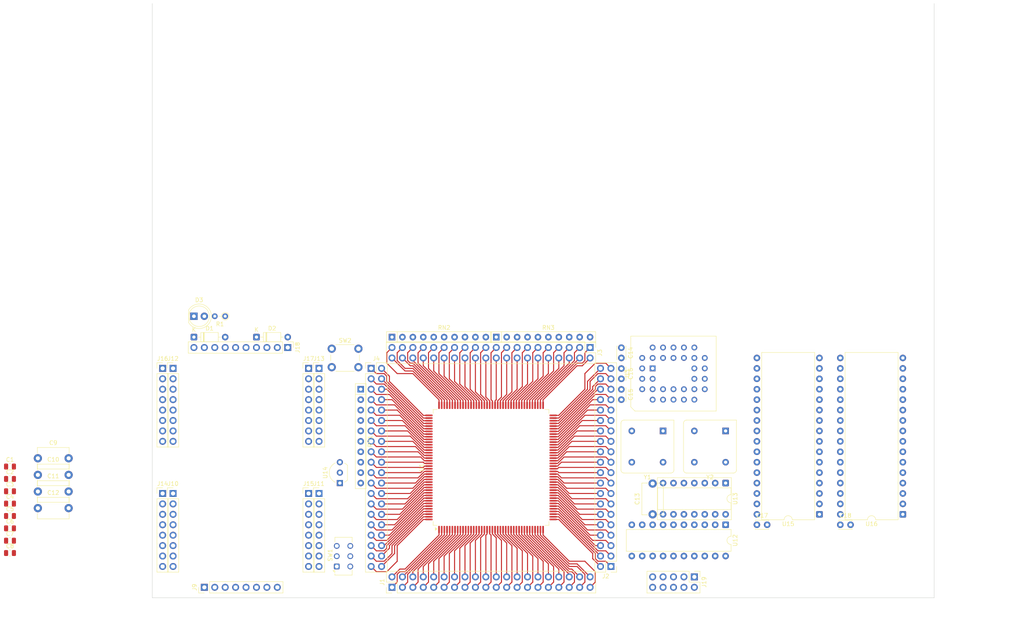
<source format=kicad_pcb>
(kicad_pcb (version 20241229) (generator "pcbnew") (generator_version "9.0")
  (layers (0 "F.Cu" signal) (2 "B.Cu" signal) (13 "F.Paste" user) (15 "B.Paste" user) (5 "F.SilkS" user "F.Silkscreen") (7 "B.SilkS" user "B.Silkscreen") (1 "F.Mask" user) (3 "B.Mask" user) (25 "Edge.Cuts" user))
  (net 0 "")
  (net 1 "+3.3V")
  (net 2 "/~{DMAR2}")
  (net 3 "/INT2")
  (net 4 "/Ready")
  (net 5 "/~{BusError}")
  (net 6 "/TestA")
  (net 7 "/TS1")
  (net 8 "/~{DMAR1}")
  (net 9 "GND")
  (net 10 "/TS0")
  (net 11 "/~{TestB}")
  (net 12 "/TestD")
  (net 13 "/SysClk")
  (net 14 "/TDI")
  (net 15 "/~{CINT}")
  (net 16 "/INT1")
  (net 17 "/TMS")
  (net 18 "/TS2")
  (net 19 "/INT4")
  (net 20 "/COM-Rx")
  (net 21 "/INT0")
  (net 22 "/TDO")
  (net 23 "/~{DMAR0}")
  (net 24 "/BootW")
  (net 25 "/TCK")
  (net 26 "/HoldReq")
  (net 27 "/~{DMAR3}")
  (net 28 "/TimerClk")
  (net 29 "/INT3")
  (net 30 "/COM-CTS")
  (net 31 "/~{Halt}")
  (net 32 "/SerClk")
  (net 33 "/TestC")
  (net 34 "/D3")
  (net 35 "/D10")
  (net 36 "/D29")
  (net 37 "/D17")
  (net 38 "/D23")
  (net 39 "/D28")
  (net 40 "/D20")
  (net 41 "/D25")
  (net 42 "/D21")
  (net 43 "/D6")
  (net 44 "/D5")
  (net 45 "/D15")
  (net 46 "/D8")
  (net 47 "/D7")
  (net 48 "/D12")
  (net 49 "/D19")
  (net 50 "/D14")
  (net 51 "/D2")
  (net 52 "/D13")
  (net 53 "/D27")
  (net 54 "/D24")
  (net 55 "/D31")
  (net 56 "/D16")
  (net 57 "/D30")
  (net 58 "/D9")
  (net 59 "/D1")
  (net 60 "/D11")
  (net 61 "/D4")
  (net 62 "/D18")
  (net 63 "/D22")
  (net 64 "/D26")
  (net 65 "/A13")
  (net 66 "/COM-Tx")
  (net 67 "/A3")
  (net 68 "/A12")
  (net 69 "/A11")
  (net 70 "/A7")
  (net 71 "/TS4")
  (net 72 "/TS6")
  (net 73 "/A6")
  (net 74 "/A23")
  (net 75 "/~{Reset}")
  (net 76 "/A16")
  (net 77 "/A9")
  (net 78 "/A24")
  (net 79 "/A25")
  (net 80 "/A22")
  (net 81 "/A19")
  (net 82 "/A17")
  (net 83 "/A8")
  (net 84 "/A4")
  (net 85 "/COM-RTS")
  (net 86 "/D0")
  (net 87 "/A15")
  (net 88 "/A21")
  (net 89 "/A20")
  (net 90 "/A18")
  (net 91 "/A2")
  (net 92 "/TS3")
  (net 93 "/A14")
  (net 94 "/A10")
  (net 95 "/TS5")
  (net 96 "/A5")
  (net 97 "/~{DRAM-OE}")
  (net 98 "/~{EOT2}")
  (net 99 "/~{CAS3}")
  (net 100 "/~{CAS2}")
  (net 101 "/~{EOT3}")
  (net 102 "/~{RAS0}")
  (net 103 "/Error")
  (net 104 "/~{CAS1}")
  (net 105 "/BusReq")
  (net 106 "/AMuxCAS")
  (net 107 "/R{slash}~{W}")
  (net 108 "/~{CS3}")
  (net 109 "/~{DMAA3}")
  (net 110 "/HoldAck")
  (net 111 "/~{EOT1}")
  (net 112 "/~{OE}")
  (net 113 "/~{DRAM-WE}")
  (net 114 "/A1")
  (net 115 "/~{EOT0}")
  (net 116 "/~{DMAA1}")
  (net 117 "/~{RAS3}")
  (net 118 "/~{CS1}")
  (net 119 "/~{CAS0}")
  (net 120 "/~{DMAA2}")
  (net 121 "/A0")
  (net 122 "/~{RAS2}")
  (net 123 "/~{DMAA0}")
  (net 124 "/~{CS0}")
  (net 125 "/~{RAS1}")
  (net 126 "/~{CS2}")
  (net 127 "/~{WBE0}")
  (net 128 "/~{WBE1}")
  (net 129 "+5V")
  (net 138 "/SysClk-5v")
  (net 139 "/SerClk-5v")
  (net 144 "-12V")
  (net 145 "+12V")
  (net 146 "/~{PS_ON}")
  (net 147 "-5V")
  (net 149 "+5VSB")
  (net 150 "/PWROK")
  (net 155 "/COM_+12V")
  (net 156 "/COM_-12V")
  (net 157 "/COM0-RTS")
  (net 158 "/COM0-CTS")
  (net 159 "/COM0-Tx")
  (net 161 "/COM0-DTR")
  (net 162 "/COM0-CD")
  (net 163 "/COM0-RI")
  (net 164 "/COM0-DSR")
  (net 165 "/COM0-Rx")
  (net 166 "/LED_3V3")
  (footprint "Capacitor_SMD:C_0805_2012Metric" (layer "F.Cu") (at 36.47 146.12)
    (property "Reference" "C7")
    (property "Value" "100nF")
  )
  (footprint "Capacitor_SMD:C_0805_2012Metric" (layer "F.Cu") (at 36.47 140.1)
    (property "Reference" "C5")
    (property "Value" "100nF")
  )
  (footprint "Connector_PinHeader_2.54mm:PinHeader_2x20_P2.54mm_Vertical" (layer "F.Cu") (at 124.46 104.139999)
    (property "Reference" "J4")
    (property "Value" "Conn_02x20_Odd_Even")
  )
  (footprint "Connector_PinHeader_2.54mm:PinHeader_1x08_P2.54mm_Vertical" (layer "F.Cu") (at 111.76 134.62)
    (property "Reference" "J11")
    (property "Value" "Conn_01x08")
  )
  (footprint "Capacitor_SMD:C_0805_2012Metric" (layer "F.Cu") (at 36.47 131.07)
    (property "Reference" "C2")
    (property "Value" "100nF")
  )
  (footprint "Connector_PinHeader_2.54mm:PinHeader_2x20_P2.54mm_Vertical" (layer "F.Cu") (at 182.88 152.400001 180)
    (property "Reference" "J2")
    (property "Value" "Conn_02x20_Odd_Even")
  )
  (footprint "Capacitor_THT:C_Disc_D3.0mm_W2.0mm_P2.50mm" (layer "F.Cu") (at 185.42 99.1 -90)
    (property "Reference" "C14")
    (property "Value" "100nF")
  )
  (footprint "Connector_PinHeader_2.54mm:PinHeader_1x08_P2.54mm_Vertical" (layer "F.Cu") (at 76.2 104.14)
    (property "Reference" "J12")
    (property "Value" "Conn_01x08")
  )
  (footprint "Capacitor_SMD:C_0805_2012Metric" (layer "F.Cu") (at 36.47 134.08)
    (property "Reference" "C3")
    (property "Value" "100nF")
  )
  (footprint "Package_DIP:DIP-32_W15.24mm" (layer "F.Cu") (at 233.68 139.7 180)
    (property "Reference" "U15")
    (property "Value" "AS6C4008-55PCN")
  )
  (footprint "Button_Switch_THT:SW_PUSH_6mm_H7.3mm" (layer "F.Cu") (at 114.86 99.35)
    (property "Reference" "SW2")
    (property "Value" "SW_Push")
  )
  (footprint "Connector_PinHeader_2.54mm:PinHeader_1x08_P2.54mm_Vertical" (layer "F.Cu") (at 76.2 134.62)
    (property "Reference" "J10")
    (property "Value" "Conn_01x08")
  )
  (footprint "Capacitor_THT:C_Disc_D7.5mm_W5.0mm_P7.50mm" (layer "F.Cu") (at 43.26 138.19)
    (property "Reference" "C12")
    (property "Value" "100nF")
  )
  (footprint "Resistor_THT:R_Axial_DIN0204_L3.6mm_D1.6mm_P2.54mm_Vertical" (layer "F.Cu") (at 88.9 91.44 180)
    (property "Reference" "R1")
    (property "Value" "100R")
  )
  (footprint "Connector_PinHeader_2.54mm:PinHeader_1x08_P2.54mm_Vertical" (layer "F.Cu") (at 73.66 104.14)
    (property "Reference" "J16")
    (property "Value" "Conn_01x08")
  )
  (footprint "Capacitor_THT:C_Disc_D3.0mm_W2.0mm_P2.50mm" (layer "F.Cu") (at 185.42 109.26 -90)
    (property "Reference" "C15")
    (property "Value" "100nF")
  )
  (footprint "Package_DIP:DIP-20_W7.62mm" (layer "F.Cu") (at 210.82 142.24 -90)
    (property "Reference" "U12")
    (property "Value" "GD75232N")
  )
  (footprint "Package_TO_SOT_THT:TO-92_Inline_Wide" (layer "F.Cu") (at 116.84 132.08 90)
    (property "Reference" "U14")
    (property "Value" "MCP120-315GI/TO")
  )
  (footprint "Connector_PinHeader_2.54mm:PinHeader_1x08_P2.54mm_Vertical" (layer "F.Cu") (at 73.66 134.62)
    (property "Reference" "J14")
    (property "Value" "Conn_01x08")
  )
  (footprint "Capacitor_THT:C_Disc_D3.0mm_W2.0mm_P2.50mm" (layer "F.Cu") (at 238.76 142.24)
    (property "Reference" "C18")
    (property "Value" "100nF")
  )
  (footprint "Capacitor_THT:C_Disc_D7.5mm_W5.0mm_P7.50mm" (layer "F.Cu") (at 43.26 134.14)
    (property "Reference" "C11")
    (property "Value" "100nF")
  )
  (footprint "Capacitor_SMD:C_0805_2012Metric" (layer "F.Cu") (at 36.47 143.11)
    (property "Reference" "C6")
    (property "Value" "100nF")
  )
  (footprint "Connector_PinHeader_2.54mm:PinHeader_1x08_P2.54mm_Vertical" (layer "F.Cu") (at 83.82 157.48 90)
    (property "Reference" "J9")
    (property "Value" "Conn_01x08")
  )
  (footprint "Package_QFP:PQFP-160_28x28mm_P0.65mm" (layer "F.Cu") (at 153.67 128.27 90)
    (property "Reference" "U1")
    (property "Value" "PPC403GA")
  )
  (footprint "Capacitor_THT:C_Disc_D7.5mm_W5.0mm_P7.50mm" (layer "F.Cu") (at 43.26 126.04)
    (property "Reference" "C9")
    (property "Value" "100nF")
  )
  (footprint "Button_Switch_THT:SW_CK_JS202011CQN_DPDT_Straight" (layer "F.Cu") (at 116.080001 152.4 90)
    (property "Reference" "SW1")
    (property "Value" "SW_Push_DPDT")
  )
  (footprint "Connector_PinHeader_2.54mm:PinHeader_2x20_P2.54mm_Vertical" (layer "F.Cu") (at 129.539999 157.48 90)
    (property "Reference" "J1")
    (property "Value" "Conn_02x20_Odd_Even")
  )
  (footprint "Connector_PinHeader_2.54mm:PinHeader_2x05_P2.54mm_Vertical" (layer "F.Cu") (at 203.2 154.94 -90)
    (property "Reference" "J19")
    (property "Value" "Conn_02x05_Odd_Even")
  )
  (footprint "Package_DIP:DIP-14_W7.62mm_Socket" (layer "F.Cu") (at 210.82 132.08 -90)
    (property "Reference" "U13")
    (property "Value" "74LVC125")
  )
  (footprint "Oscillator:Oscillator_DIP-8" (layer "F.Cu") (at 210.82 119.379998 180)
    (property "Reference" "Y2")
    (property "Value" "7M3728")
  )
  (footprint "Connector_PinHeader_2.54mm:PinHeader_2x20_P2.54mm_Vertical" (layer "F.Cu") (at 177.800001 99.06 -90)
    (property "Reference" "J3")
    (property "Value" "Conn_02x20_Odd_Even")
  )
  (footprint "Connector_PinHeader_2.54mm:PinHeader_1x10_P2.54mm_Vertical" (layer "F.Cu") (at 104.14 99.06 -90)
    (property "Reference" "J18")
    (property "Value" "Conn_01x10")
  )
  (footprint "Capacitor_SMD:C_0805_2012Metric" (layer "F.Cu") (at 36.47 149.13)
    (property "Reference" "C8")
    (property "Value" "100nF")
  )
  (footprint "Capacitor_SMD:C_0805_2012Metric" (layer "F.Cu") (at 36.47 128.06)
    (property "Reference" "C1")
    (property "Value" "100nF")
  )
  (footprint "Resistor_THT:R_Array_SIP10" (layer "F.Cu") (at 154.94 96.52)
    (property "Reference" "RN3")
    (property "Value" "10X-1-472LF")
  )
  (footprint "Resistor_THT:R_Array_SIP10" (layer "F.Cu") (at 129.54 96.52)
    (property "Reference" "RN2")
    (property "Value" "10X-1-472LF")
  )
  (footprint "Capacitor_THT:C_Disc_D7.5mm_W5.0mm_P7.50mm" (layer "F.Cu") (at 193.04 139.7 90)
    (property "Reference" "C13")
    (property "Value" "100nF")
  )
  (footprint "Resistor_THT:R_Array_SIP10" (layer "F.Cu") (at 121.92 109.22 -90)
    (property "Reference" "RN1")
    (property "Value" "10X-1-472LF")
  )
  (footprint "Connector_PinHeader_2.54mm:PinHeader_1x08_P2.54mm_Vertical" (layer "F.Cu") (at 109.22 104.14)
    (property "Reference" "J17")
    (property "Value" "Conn_01x08")
  )
  (footprint "Oscillator:Oscillator_DIP-8" (layer "F.Cu") (at 195.58 119.38 180)
    (property "Reference" "Y1")
    (property "Value" "25M")
  )
  (footprint "Diode_THT:D_DO-35_SOD27_P7.62mm_Horizontal" (layer "F.Cu") (at 96.52 96.52)
    (property "Reference" "D2")
    (property "Value" "1N4148")
  )
  (footprint "Connector_PinHeader_2.54mm:PinHeader_1x08_P2.54mm_Vertical" (layer "F.Cu") (at 111.76 104.14)
    (property "Reference" "J13")
    (property "Value" "Conn_01x08")
  )
  (footprint "Capacitor_THT:C_Disc_D7.5mm_W5.0mm_P7.50mm" (layer "F.Cu") (at 43.26 130.09)
    (property "Reference" "C10")
    (property "Value" "100nF")
  )
  (footprint "Package_DIP:DIP-32_W15.24mm" (layer "F.Cu") (at 254 139.7 180)
    (property "Reference" "U16")
    (property "Value" "AS6C4008-55PCN")
  )
  (footprint "Connector_PinHeader_2.54mm:PinHeader_1x08_P2.54mm_Vertical" (layer "F.Cu") (at 109.22 134.62)
    (property "Reference" "J15")
    (property "Value" "Conn_01x08")
  )
  (footprint "Capacitor_THT:C_Disc_D3.0mm_W2.0mm_P2.50mm" (layer "F.Cu") (at 218.44 142.24)
    (property "Reference" "C17")
    (property "Value" "100nF")
  )
  (footprint "LED_THT:LED_D5.0mm" (layer "F.Cu") (at 81.28 91.44)
    (property "Reference" "D3")
    (property "Value" "LED")
  )
  (footprint "Diode_THT:D_DO-35_SOD27_P7.62mm_Horizontal" (layer "F.Cu") (at 81.28 96.52)
    (property "Reference" "D1")
    (property "Value" "1N4148")
  )
  (footprint "Capacitor_THT:C_Disc_D3.0mm_W2.0mm_P2.50mm" (layer "F.Cu") (at 185.42 104.18 -90)
    (property "Reference" "C16")
    (property "Value" "100nF")
  )
  (footprint "Capacitor_SMD:C_0805_2012Metric" (layer "F.Cu") (at 36.47 137.09)
    (property "Reference" "C4")
    (property "Value" "100nF")
  )
  (footprint "Package_LCC:PLCC-32_THT-Socket" (layer "F.Cu") (at 193.04 104.14 90)
    (property "Reference" "U3")
    (property "Value" "SST39VF010")
  )
  (gr_line (start 261.62 160.02) (end 261.62 15.24) (stroke (width 0.1)) (layer "Edge.Cuts"))
  (gr_line (start 71.12 160.02) (end 71.12 15.24) (stroke (width 0.1)) (layer "Edge.Cuts"))
  (gr_line (start 261.62 160.02) (end 71.12 160.02) (stroke (width 0.1)) (layer "Edge.Cuts"))
  (segment (start 128.27 153.67) (end 125.73 153.67) (width 0.254) (layer "F.Cu") (net 1))
  (segment (start 138.544999 140.945) (end 137.185 140.945) (width 0.254) (layer "F.Cu") (net 1))
  (segment (start 134.62 105.410001) (end 130.810001 105.41) (width 0.254) (layer "F.Cu") (net 1))
  (segment (start 167.639999 105.41) (end 167.64 101.6) (width 0.254) (layer "F.Cu") (net 1))
  (segment (start 168.795001 115.595) (end 170.155 115.595) (width 0.254) (layer "F.Cu") (net 1))
  (segment (start 170.035 135.745) (end 176.53 142.239999) (width 0.254) (layer "F.Cu") (net 1))
  (segment (start 137.16 128.27) (end 125.730001 128.27) (width 0.254) (layer "F.Cu") (net 1))
  (segment (start 153.995 144.47) (end 154.94 145.415) (width 0.254) (layer "F.Cu") (net 1))
  (segment (start 125.730001 128.27) (end 124.46 126.999999) (width 0.254) (layer "F.Cu") (net 1))
  (segment (start 137.35 133.795) (end 131.445 139.7) (width 0.254) (layer "F.Cu") (net 1))
  (segment (start 140.995 111.785) (end 134.62 105.410001) (width 0.254) (layer "F.Cu") (net 1))
  (segment (start 176.53 105.410001) (end 179.07 102.87) (width 0.254) (layer "F.Cu") (net 1))
  (segment (start 179.07 156.21) (end 177.800001 157.48) (width 0.254) (layer "F.Cu") (net 1))
  (segment (start 172.72 151.129999) (end 176.529999 151.13) (width 0.254) (layer "F.Cu") (net 1))
  (segment (start 131.445 139.7) (end 127.000001 139.7) (width 0.254) (layer "F.Cu") (net 1))
  (segment (start 176.529999 109.22) (end 176.53 105.410001) (width 0.254) (layer "F.Cu") (net 1))
  (segment (start 176.529999 151.13) (end 179.07 153.67) (width 0.254) (layer "F.Cu") (net 1))
  (segment (start 140.995 113.144999) (end 140.995 111.785) (width 0.254) (layer "F.Cu") (net 1))
  (segment (start 169.87 127.945) (end 170.815 127) (width 0.254) (layer "F.Cu") (net 1))
  (segment (start 153.995 112.085) (end 153.670001 111.76) (width 0.254) (layer "F.Cu") (net 1))
  (segment (start 130.810001 105.41) (end 128.27 102.87) (width 0.254) (layer "F.Cu") (net 1))
  (segment (start 128.27 102.87) (end 128.27 100.33) (width 0.254) (layer "F.Cu") (net 1))
  (segment (start 154.94 145.415) (end 154.94 154.939999) (width 0.254) (layer "F.Cu") (net 1))
  (segment (start 153.995 113.145) (end 153.995 112.085) (width 0.254) (layer "F.Cu") (net 1))
  (segment (start 153.995 143.395) (end 153.995 144.47) (width 0.254) (layer "F.Cu") (net 1))
  (segment (start 153.67 156.209999) (end 152.399999 157.48) (width 0.254) (layer "F.Cu") (net 1))
  (segment (start 166.345 144.755) (end 172.72 151.129999) (width 0.254) (layer "F.Cu") (net 1))
  (segment (start 176.53 142.239999) (end 180.34 142.24) (width 0.254) (layer "F.Cu") (net 1))
  (segment (start 138.545 120.795) (end 137.305 120.795) (width 0.254) (layer "F.Cu") (net 1))
  (segment (start 161.145 113.145) (end 161.145 111.905) (width 0.254) (layer "F.Cu") (net 1))
  (segment (start 130.81 147.32) (end 130.81 151.13) (width 0.254) (layer "F.Cu") (net 1))
  (segment (start 153.67 100.330001) (end 154.940001 99.06) (width 0.254) (layer "F.Cu") (net 1))
  (segment (start 181.61 102.87) (end 182.88 104.139999) (width 0.254) (layer "F.Cu") (net 1))
  (segment (start 175.895 116.84) (end 180.339999 116.84) (width 0.254) (layer "F.Cu") (net 1))
  (segment (start 169.99 122.745) (end 175.895 116.84) (width 0.254) (layer "F.Cu") (net 1))
  (segment (start 153.669999 144.78) (end 153.67 156.209999) (width 0.254) (layer "F.Cu") (net 1))
  (segment (start 130.81 114.3) (end 127 114.3) (width 0.254) (layer "F.Cu") (net 1))
  (segment (start 137.485 127.945) (end 137.16 128.27) (width 0.254) (layer "F.Cu") (net 1))
  (segment (start 179.07 102.87) (end 181.61 102.87) (width 0.254) (layer "F.Cu") (net 1))
  (segment (start 137.185 140.945) (end 130.81 147.32) (width 0.254) (layer "F.Cu") (net 1))
  (segment (start 161.145 111.905) (end 167.639999 105.41) (width 0.254) (layer "F.Cu") (net 1))
  (segment (start 179.07 153.67) (end 179.07 156.21) (width 0.254) (layer "F.Cu") (net 1))
  (segment (start 153.345 143.395) (end 153.345 144.455) (width 0.254) (layer "F.Cu") (net 1))
  (segment (start 138.545 133.795) (end 137.35 133.795) (width 0.254) (layer "F.Cu") (net 1))
  (segment (start 170.155 115.595) (end 176.529999 109.22) (width 0.254) (layer "F.Cu") (net 1))
  (segment (start 137.305 120.795) (end 130.81 114.3) (width 0.254) (layer "F.Cu") (net 1))
  (segment (start 166.345 143.395001) (end 166.345 144.755) (width 0.254) (layer "F.Cu") (net 1))
  (segment (start 153.670001 111.76) (end 153.67 100.330001) (width 0.254) (layer "F.Cu") (net 1))
  (segment (start 170.815 127) (end 180.339999 127) (width 0.254) (layer "F.Cu") (net 1))
  (segment (start 130.81 151.13) (end 128.27 153.67) (width 0.254) (layer "F.Cu") (net 1))
  (segment (start 125.73 153.67) (end 124.46 152.400001) (width 0.254) (layer "F.Cu") (net 1))
  (segment (start 168.795 127.945) (end 169.87 127.945) (width 0.254) (layer "F.Cu") (net 1))
  (segment (start 128.27 100.33) (end 129.539999 99.06) (width 0.254) (layer "F.Cu") (net 1))
  (segment (start 168.795 135.745) (end 170.035 135.745) (width 0.254) (layer "F.Cu") (net 1))
  (segment (start 168.795 122.745) (end 169.99 122.745) (width 0.254) (layer "F.Cu") (net 1))
  (segment (start 153.345 144.455) (end 153.669999 144.78) (width 0.254) (layer "F.Cu") (net 1))
  (segment (start 138.545 127.945) (end 137.485 127.945) (width 0.254) (layer "F.Cu") (net 1))
  (segment (start 142.945001 144.71) (end 133.350001 154.305) (width 0.254) (layer "F.Cu") (net 2))
  (segment (start 142.945 143.395) (end 142.945001 144.71) (width 0.254) (layer "F.Cu") (net 2))
  (segment (start 133.350001 154.305) (end 133.35 156.21) (width 0.254) (layer "F.Cu") (net 2))
  (segment (start 133.35 156.21) (end 132.080001 157.48) (width 0.254) (layer "F.Cu") (net 2))
  (segment (start 161.795001 143.395) (end 161.795001 144.65) (width 0.254) (layer "F.Cu") (net 3))
  (segment (start 170.18 153.034999) (end 170.18 154.94) (width 0.254) (layer "F.Cu") (net 3))
  (segment (start 161.795001 144.65) (end 170.18 153.034999) (width 0.254) (layer "F.Cu") (net 3))
  (segment (start 148.795 143.395001) (end 148.795 144.575001) (width 0.254) (layer "F.Cu") (net 4))
  (segment (start 144.78 148.59) (end 144.78 154.94) (width 0.254) (layer "F.Cu") (net 4))
  (segment (start 148.795 144.575001) (end 144.78 148.59) (width 0.254) (layer "F.Cu") (net 4))
  (segment (start 143.510001 149.225) (end 143.510001 156.21) (width 0.254) (layer "F.Cu") (net 5))
  (segment (start 143.510001 156.21) (end 142.24 157.480001) (width 0.254) (layer "F.Cu") (net 5))
  (segment (start 148.144999 143.395) (end 148.145 144.59) (width 0.254) (layer "F.Cu") (net 5))
  (segment (start 148.145 144.59) (end 143.510001 149.225) (width 0.254) (layer "F.Cu") (net 5))
  (segment (start 155.295 143.395001) (end 155.295 144.500001) (width 0.254) (layer "F.Cu") (net 6))
  (segment (start 155.295 144.500001) (end 157.48 146.685) (width 0.254) (layer "F.Cu") (net 6))
  (segment (start 157.48 146.685) (end 157.48 154.94) (width 0.254) (layer "F.Cu") (net 6))
  (segment (start 151.13 145.415) (end 151.130001 156.21) (width 0.254) (layer "F.Cu") (net 7))
  (segment (start 152.045 143.395001) (end 152.045 144.500001) (width 0.254) (layer "F.Cu") (net 7))
  (segment (start 152.045 144.500001) (end 151.13 145.415) (width 0.254) (layer "F.Cu") (net 7))
  (segment (start 151.130001 156.21) (end 149.860001 157.48) (width 0.254) (layer "F.Cu") (net 7))
  (segment (start 142.294999 144.725) (end 132.08 154.939999) (width 0.254) (layer "F.Cu") (net 8))
  (segment (start 142.294999 143.395) (end 142.294999 144.725) (width 0.254) (layer "F.Cu") (net 8))
  (segment (start 168.795 128.595) (end 169.855 128.595) (width 0.254) (layer "F.Cu") (net 9))
  (segment (start 166.345 113.144999) (end 166.345 111.785) (width 0.254) (layer "F.Cu") (net 9))
  (segment (start 160.494999 113.145) (end 160.495 111.92) (width 0.254) (layer "F.Cu") (net 9))
  (segment (start 159.195 144.59) (end 165.1 150.495) (width 0.254) (layer "F.Cu") (net 9))
  (segment (start 151.13 110.49) (end 151.13 100.33) (width 0.254) (layer "F.Cu") (net 9))
  (segment (start 169.855 128.595) (end 170.18 128.270001) (width 0.254) (layer "F.Cu") (net 9))
  (segment (start 170.18 128.270001) (end 181.609999 128.27) (width 0.254) (layer "F.Cu") (net 9))
  (segment (start 146.845 144.62) (end 140.97 150.495) (width 0.254) (layer "F.Cu") (net 9))
  (segment (start 152.695002 113.145) (end 152.694999 112.055) (width 0.254) (layer "F.Cu") (net 9))
  (segment (start 152.4 111.125) (end 152.4 101.600001) (width 0.254) (layer "F.Cu") (net 9))
  (segment (start 181.609999 128.27) (end 182.88 129.540001) (width 0.254) (layer "F.Cu") (net 9))
  (segment (start 137.335 134.445) (end 130.81 140.97) (width 0.254) (layer "F.Cu") (net 9))
  (segment (start 150.095 144.545) (end 147.32 147.32) (width 0.254) (layer "F.Cu") (net 9))
  (segment (start 130.81 140.97) (end 125.73 140.970001) (width 0.254) (layer "F.Cu") (net 9))
  (segment (start 159.195 143.395) (end 159.195 144.59) (width 0.254) (layer "F.Cu") (net 9))
  (segment (start 138.545 128.595) (end 137.47 128.595) (width 0.254) (layer "F.Cu") (net 9))
  (segment (start 137.47 128.595) (end 136.525 129.54) (width 0.254) (layer "F.Cu") (net 9))
  (segment (start 140.969999 156.21) (end 139.700001 157.48) (width 0.254) (layer "F.Cu") (net 9))
  (segment (start 140.97 150.495) (end 140.969999 156.21) (width 0.254) (layer "F.Cu") (net 9))
  (segment (start 169.885 129.245001) (end 170.18 129.540001) (width 0.254) (layer "F.Cu") (net 9))
  (segment (start 166.345 111.785) (end 174.625 103.505) (width 0.254) (layer "F.Cu") (net 9))
  (segment (start 128.905 107.315) (end 128.905 106.045) (width 0.254) (layer "F.Cu") (net 9))
  (segment (start 136.525 129.54) (end 127.000001 129.54) (width 0.254) (layer "F.Cu") (net 9))
  (segment (start 151.13 100.33) (end 152.399999 99.06) (width 0.254) (layer "F.Cu") (net 9))
  (segment (start 132.715 153.035) (end 131.445 153.035) (width 0.254) (layer "F.Cu") (net 9))
  (segment (start 146.845 111.92) (end 139.7 104.775) (width 0.254) (layer "F.Cu") (net 9))
  (segment (start 166.37 151.129999) (end 166.370001 156.21) (width 0.254) (layer "F.Cu") (net 9))
  (segment (start 131.445 115.57) (end 125.73 115.569999) (width 0.254) (layer "F.Cu") (net 9))
  (segment (start 181.61 115.569999) (end 182.880001 116.84) (width 0.254) (layer "F.Cu") (net 9))
  (segment (start 170.005 122.095) (end 176.529999 115.57) (width 0.254) (layer "F.Cu") (net 9))
  (segment (start 178.435 149.225) (end 178.435 150.495) (width 0.254) (layer "F.Cu") (net 9))
  (segment (start 140.995 144.755) (end 132.715 153.035) (width 0.254) (layer "F.Cu") (net 9))
  (segment (start 138.544999 115.595) (end 137.185 115.595) (width 0.254) (layer "F.Cu") (net 9))
  (segment (start 166.37 106.045) (end 166.370001 100.33) (width 0.254) (layer "F.Cu") (net 9))
  (segment (start 160.495 111.92) (end 166.37 106.045) (width 0.254) (layer "F.Cu") (net 9))
  (segment (start 128.905 106.045) (end 127.000001 104.14) (width 0.254) (layer "F.Cu") (net 9))
  (segment (start 170.155 140.945) (end 178.435 149.225) (width 0.254) (layer "F.Cu") (net 9))
  (segment (start 175.895 140.97) (end 181.61 140.970001) (width 0.254) (layer "F.Cu") (net 9))
  (segment (start 125.73 115.569999) (end 124.46 114.3) (width 0.254) (layer "F.Cu") (net 9))
  (segment (start 166.370001 100.33) (end 167.639999 99.06) (width 0.254) (layer "F.Cu") (net 9))
  (segment (start 168.795001 140.945) (end 170.155 140.945) (width 0.254) (layer "F.Cu") (net 9))
  (segment (start 125.73 140.970001) (end 124.459999 139.7) (width 0.254) (layer "F.Cu") (net 9))
  (segment (start 131.445 153.035) (end 129.54 154.939999) (width 0.254) (layer "F.Cu") (net 9))
  (segment (start 137.185 115.595) (end 128.905 107.315) (width 0.254) (layer "F.Cu") (net 9))
  (segment (start 138.545 134.444999) (end 137.335 134.445) (width 0.254) (layer "F.Cu") (net 9))
  (segment (start 181.61 140.970001) (end 182.88 142.239999) (width 0.254) (layer "F.Cu") (net 9))
  (segment (start 138.545 121.445) (end 137.32 121.445) (width 0.254) (layer "F.Cu") (net 9))
  (segment (start 153.345 113.145) (end 153.345 112.07) (width 0.254) (layer "F.Cu") (net 9))
  (segment (start 165.1 150.495) (end 165.1 154.939999) (width 0.254) (layer "F.Cu") (net 9))
  (segment (start 166.370001 156.21) (end 165.1 157.480001) (width 0.254) (layer "F.Cu") (net 9))
  (segment (start 168.795 122.095001) (end 170.005 122.095) (width 0.254) (layer "F.Cu") (net 9))
  (segment (start 178.435 150.495) (end 180.339999 152.4) (width 0.254) (layer "F.Cu") (net 9))
  (segment (start 137.32 121.445) (end 131.445 115.57) (width 0.254) (layer "F.Cu") (net 9))
  (segment (start 147.32 147.32) (end 147.32 154.94) (width 0.254) (layer "F.Cu") (net 9))
  (segment (start 146.845 113.145) (end 146.845 111.92) (width 0.254) (layer "F.Cu") (net 9))
  (segment (start 168.795 135.094999) (end 170.02 135.095) (width 0.254) (layer "F.Cu") (net 9))
  (segment (start 170.18 129.540001) (end 180.339999 129.54) (width 0.254) (layer "F.Cu") (net 9))
  (segment (start 159.845 144.605) (end 166.37 151.129999) (width 0.254) (layer "F.Cu") (net 9))
  (segment (start 139.7 104.775) (end 139.7 101.6) (width 0.254) (layer "F.Cu") (net 9))
  (segment (start 175.895 103.505) (end 177.8 101.600001) (width 0.254) (layer "F.Cu") (net 9))
  (segment (start 174.625 103.505) (end 175.895 103.505) (width 0.254) (layer "F.Cu") (net 9))
  (segment (start 146.845001 143.395) (end 146.845 144.62) (width 0.254) (layer "F.Cu") (net 9))
  (segment (start 159.844999 143.395) (end 159.845 144.605) (width 0.254) (layer "F.Cu") (net 9))
  (segment (start 152.694999 112.055) (end 151.13 110.49) (width 0.254) (layer "F.Cu") (net 9))
  (segment (start 140.995 143.395001) (end 140.995 144.755) (width 0.254) (layer "F.Cu") (net 9))
  (segment (start 150.095001 143.395) (end 150.095 144.545) (width 0.254) (layer "F.Cu") (net 9))
  (segment (start 170.02 135.095) (end 175.895 140.97) (width 0.254) (layer "F.Cu") (net 9))
  (segment (start 168.795 129.245) (end 169.885 129.245001) (width 0.254) (layer "F.Cu") (net 9))
  (segment (start 153.345 112.07) (end 152.4 111.125) (width 0.254) (layer "F.Cu") (net 9))
  (segment (start 176.529999 115.57) (end 181.61 115.569999) (width 0.254) (layer "F.Cu") (net 9))
  (segment (start 151.395 144.515) (end 149.86 146.05) (width 0.254) (layer "F.Cu") (net 10))
  (segment (start 151.394998 143.395) (end 151.395 144.515) (width 0.254) (layer "F.Cu") (net 10))
  (segment (start 149.86 146.05) (end 149.86 154.94) (width 0.254) (layer "F.Cu") (net 10))
  (segment (start 158.75 147.32) (end 158.75 156.209999) (width 0.254) (layer "F.Cu") (net 11))
  (segment (start 155.945 144.515) (end 158.75 147.32) (width 0.254) (layer "F.Cu") (net 11))
  (segment (start 158.75 156.209999) (end 157.479998 157.480001) (width 0.254) (layer "F.Cu") (net 11))
  (segment (start 155.945 143.395) (end 155.945 144.515) (width 0.254) (layer "F.Cu") (net 11))
  (segment (start 176.53 156.209999) (end 175.259999 157.48) (width 0.254) (layer "F.Cu") (net 12))
  (segment (start 165.045001 143.395) (end 165.045001 144.725) (width 0.254) (layer "F.Cu") (net 12))
  (segment (start 165.045001 144.725) (end 172.72 152.4) (width 0.254) (layer "F.Cu") (net 12))
  (segment (start 172.72 152.4) (end 174.625 152.400001) (width 0.254) (layer "F.Cu") (net 12))
  (segment (start 176.529999 154.305) (end 176.53 156.209999) (width 0.254) (layer "F.Cu") (net 12))
  (segment (start 174.625 152.400001) (end 176.529999 154.305) (width 0.254) (layer "F.Cu") (net 12))
  (segment (start 156.21 146.05) (end 156.21 156.21) (width 0.254) (layer "F.Cu") (net 13))
  (segment (start 154.645001 144.485) (end 156.21 146.05) (width 0.254) (layer "F.Cu") (net 13))
  (segment (start 156.21 156.21) (end 154.940001 157.48) (width 0.254) (layer "F.Cu") (net 13))
  (segment (start 154.644998 143.395) (end 154.645001 144.485) (width 0.254) (layer "F.Cu") (net 13))
  (segment (start 138.43 156.209999) (end 137.159999 157.48) (width 0.254) (layer "F.Cu") (net 14))
  (segment (start 145.544999 144.65) (end 138.43 151.765) (width 0.254) (layer "F.Cu") (net 14))
  (segment (start 138.43 151.765) (end 138.43 156.209999) (width 0.254) (layer "F.Cu") (net 14))
  (segment (start 145.544999 143.395) (end 145.544999 144.65) (width 0.254) (layer "F.Cu") (net 14))
  (segment (start 173.355 153.67) (end 173.99 154.305) (width 0.254) (layer "F.Cu") (net 15))
  (segment (start 163.745 143.395) (end 163.745 144.695) (width 0.254) (layer "F.Cu") (net 15))
  (segment (start 173.99 154.305) (end 173.99 156.21) (width 0.254) (layer "F.Cu") (net 15))
  (segment (start 173.99 156.21) (end 172.720001 157.48) (width 0.254) (layer "F.Cu") (net 15))
  (segment (start 172.72 153.67) (end 173.355 153.67) (width 0.254) (layer "F.Cu") (net 15))
  (segment (start 163.745 144.695) (end 172.72 153.67) (width 0.254) (layer "F.Cu") (net 15))
  (segment (start 161.145 144.635) (end 168.91 152.4) (width 0.254) (layer "F.Cu") (net 16))
  (segment (start 168.91 152.4) (end 168.91 156.209999) (width 0.254) (layer "F.Cu") (net 16))
  (segment (start 168.91 156.209999) (end 167.639998 157.48) (width 0.254) (layer "F.Cu") (net 16))
  (segment (start 161.145001 143.395) (end 161.145 144.635) (width 0.254) (layer "F.Cu") (net 16))
  (segment (start 144.895 144.665) (end 137.16 152.400001) (width 0.254) (layer "F.Cu") (net 17))
  (segment (start 137.16 152.400001) (end 137.16 154.94) (width 0.254) (layer "F.Cu") (net 17))
  (segment (start 144.894999 143.395) (end 144.895 144.665) (width 0.254) (layer "F.Cu") (net 17))
  (segment (start 152.695 143.395) (end 152.694999 144.485) (width 0.254) (layer "F.Cu") (net 18))
  (segment (start 152.399999 144.78) (end 152.4 154.939999) (width 0.254) (layer "F.Cu") (net 18))
  (segment (start 152.694999 144.485) (end 152.399999 144.78) (width 0.254) (layer "F.Cu") (net 18))
  (segment (start 163.095 144.68) (end 172.720001 154.305) (width 0.254) (layer "F.Cu") (net 19))
  (segment (start 163.094999 143.395) (end 163.095 144.68) (width 0.254) (layer "F.Cu") (net 19))
  (segment (start 172.720001 154.305) (end 172.72 154.94) (width 0.254) (layer "F.Cu") (net 19))
  (segment (start 157.895001 143.395) (end 157.895 144.56) (width 0.254) (layer "F.Cu") (net 20))
  (segment (start 157.895 144.56) (end 162.56 149.225) (width 0.254) (layer "F.Cu") (net 20))
  (segment (start 162.56 149.225) (end 162.56 154.94) (width 0.254) (layer "F.Cu") (net 20))
  (segment (start 160.495 143.395) (end 160.495 144.62) (width 0.254) (layer "F.Cu") (net 21))
  (segment (start 167.64 151.765) (end 167.64 154.94) (width 0.254) (layer "F.Cu") (net 21))
  (segment (start 160.495 144.62) (end 167.64 151.765) (width 0.254) (layer "F.Cu") (net 21))
  (segment (start 148.59 146.685) (end 148.59 156.210001) (width 0.254) (layer "F.Cu") (net 22))
  (segment (start 148.59 156.210001) (end 147.320001 157.48) (width 0.254) (layer "F.Cu") (net 22))
  (segment (start 150.745 143.395) (end 150.745 144.53) (width 0.254) (layer "F.Cu") (net 22))
  (segment (start 150.745 144.53) (end 148.59 146.685) (width 0.254) (layer "F.Cu") (net 22))
  (segment (start 132.715 153.67) (end 131.445 153.67) (width 0.254) (layer "F.Cu") (net 23))
  (segment (start 141.645 143.395) (end 141.645 144.74) (width 0.254) (layer "F.Cu") (net 23))
  (segment (start 130.81 156.209999) (end 129.539999 157.48) (width 0.254) (layer "F.Cu") (net 23))
  (segment (start 130.81 154.305) (end 130.81 156.209999) (width 0.254) (layer "F.Cu") (net 23))
  (segment (start 131.445 153.67) (end 130.81 154.305) (width 0.254) (layer "F.Cu") (net 23))
  (segment (start 141.645 144.74) (end 132.715 153.67) (width 0.254) (layer "F.Cu") (net 23))
  (segment (start 142.24 149.86) (end 142.24 154.939999) (width 0.254) (layer "F.Cu") (net 24))
  (segment (start 147.495 144.605) (end 142.24 149.86) (width 0.254) (layer "F.Cu") (net 24))
  (segment (start 147.495001 143.395) (end 147.495 144.605) (width 0.254) (layer "F.Cu") (net 24))
  (segment (start 135.89 153.035) (end 135.89 156.209999) (width 0.254) (layer "F.Cu") (net 25))
  (segment (start 144.245 144.68) (end 135.89 153.035) (width 0.254) (layer "F.Cu") (net 25))
  (segment (start 135.89 156.209999) (end 134.619997 157.48) (width 0.254) (layer "F.Cu") (net 25))
  (segment (start 144.245001 143.395) (end 144.245 144.68) (width 0.254) (layer "F.Cu") (net 25))
  (segment (start 149.445 143.395) (end 149.445 144.56) (width 0.254) (layer "F.Cu") (net 26))
  (segment (start 146.05 156.21) (end 144.78 157.48) (width 0.254) (layer "F.Cu") (net 26))
  (segment (start 146.05 147.955) (end 146.05 156.21) (width 0.254) (layer "F.Cu") (net 26))
  (segment (start 149.445 144.56) (end 146.05 147.955) (width 0.254) (layer "F.Cu") (net 26))
  (segment (start 134.62 153.67) (end 134.62 154.94) (width 0.254) (layer "F.Cu") (net 27))
  (segment (start 143.595 144.695) (end 134.62 153.67) (width 0.254) (layer "F.Cu") (net 27))
  (segment (start 143.595001 143.395) (end 143.595 144.695) (width 0.254) (layer "F.Cu") (net 27))
  (segment (start 160.02 147.954999) (end 160.02 154.94) (width 0.254) (layer "F.Cu") (net 28))
  (segment (start 156.595 144.53) (end 160.02 147.954999) (width 0.254) (layer "F.Cu") (net 28))
  (segment (start 156.595 143.395) (end 156.595 144.53) (width 0.254) (layer "F.Cu") (net 28))
  (segment (start 171.45 156.209999) (end 170.180001 157.479999) (width 0.254) (layer "F.Cu") (net 29))
  (segment (start 170.180001 157.479999) (end 170.180001 157.48) (width 0.254) (layer "F.Cu") (net 29))
  (segment (start 162.445 144.665) (end 171.45 153.67) (width 0.254) (layer "F.Cu") (net 29))
  (segment (start 162.444999 143.395) (end 162.445 144.665) (width 0.254) (layer "F.Cu") (net 29))
  (segment (start 171.45 153.67) (end 171.45 156.209999) (width 0.254) (layer "F.Cu") (net 29))
  (segment (start 158.545 143.395001) (end 158.545 144.575001) (width 0.254) (layer "F.Cu") (net 30))
  (segment (start 163.829999 149.86) (end 163.829999 156.21) (width 0.254) (layer "F.Cu") (net 30))
  (segment (start 163.829999 156.21) (end 162.56 157.48) (width 0.254) (layer "F.Cu") (net 30))
  (segment (start 158.545 144.575001) (end 163.829999 149.86) (width 0.254) (layer "F.Cu") (net 30))
  (segment (start 146.195 143.395) (end 146.195 144.635) (width 0.254) (layer "F.Cu") (net 31))
  (segment (start 139.700001 151.13) (end 139.7 154.94) (width 0.254) (layer "F.Cu") (net 31))
  (segment (start 146.195 144.635) (end 139.700001 151.13) (width 0.254) (layer "F.Cu") (net 31))
  (segment (start 161.29 148.59) (end 161.29 156.209999) (width 0.254) (layer "F.Cu") (net 32))
  (segment (start 157.245 143.395) (end 157.245 144.545) (width 0.254) (layer "F.Cu") (net 32))
  (segment (start 157.245 144.545) (end 161.29 148.59) (width 0.254) (layer "F.Cu") (net 32))
  (segment (start 161.29 156.209999) (end 160.019999 157.48) (width 0.254) (layer "F.Cu") (net 32))
  (segment (start 164.395001 143.395) (end 164.395 144.71) (width 0.254) (layer "F.Cu") (net 33))
  (segment (start 173.355 153.034999) (end 175.26 154.939999) (width 0.254) (layer "F.Cu") (net 33))
  (segment (start 172.72 153.035) (end 173.355 153.034999) (width 0.254) (layer "F.Cu") (net 33))
  (segment (start 164.395 144.71) (end 172.72 153.035) (width 0.254) (layer "F.Cu") (net 33))
  (segment (start 178.434999 108.585) (end 180.339999 106.68) (width 0.254) (layer "F.Cu") (net 34))
  (segment (start 168.795 117.544999) (end 170.11 117.545) (width 0.254) (layer "F.Cu") (net 34))
  (segment (start 178.435 109.22) (end 178.434999 108.585) (width 0.254) (layer "F.Cu") (net 34))
  (segment (start 170.11 117.545) (end 178.435 109.22) (width 0.254) (layer "F.Cu") (net 34))
  (segment (start 181.61 118.110001) (end 182.88 119.38) (width 0.254) (layer "F.Cu") (net 35))
  (segment (start 169.975001 123.395) (end 175.26 118.110001) (width 0.254) (layer "F.Cu") (net 35))
  (segment (start 175.26 118.110001) (end 181.61 118.110001) (width 0.254) (layer "F.Cu") (net 35))
  (segment (start 168.795001 123.395) (end 169.975001 123.395) (width 0.254) (layer "F.Cu") (net 35))
  (segment (start 170.11 138.994999) (end 179.705 148.589999) (width 0.254) (layer "F.Cu") (net 36))
  (segment (start 168.795 138.995) (end 170.11 138.994999) (width 0.254) (layer "F.Cu") (net 36))
  (segment (start 181.61 148.59) (end 182.88 149.859999) (width 0.254) (layer "F.Cu") (net 36))
  (segment (start 179.705 148.589999) (end 181.61 148.59) (width 0.254) (layer "F.Cu") (net 36))
  (segment (start 170.815 130.81) (end 181.61 130.809999) (width 0.254) (layer "F.Cu") (net 37))
  (segment (start 181.61 130.809999) (end 182.88 132.079999) (width 0.254) (layer "F.Cu") (net 37))
  (segment (start 168.795001 129.895) (end 169.900001 129.895) (width 0.254) (layer "F.Cu") (net 37))
  (segment (start 169.900001 129.895) (end 170.815 130.81) (width 0.254) (layer "F.Cu") (net 37))
  (segment (start 169.99 133.795) (end 174.625 138.429999) (width 0.254) (layer "F.Cu") (net 38))
  (segment (start 174.625 138.429999) (end 181.61 138.429999) (width 0.254) (layer "F.Cu") (net 38))
  (segment (start 181.61 138.429999) (end 182.880001 139.7) (width 0.254) (layer "F.Cu") (net 38))
  (segment (start 168.795 133.795001) (end 169.99 133.795) (width 0.254) (layer "F.Cu") (net 38))
  (segment (start 170.095 138.345) (end 179.07 147.32) (width 0.254) (layer "F.Cu") (net 39))
  (segment (start 168.795 138.344999) (end 170.095 138.345) (width 0.254) (layer "F.Cu") (net 39))
  (segment (start 179.07 147.32) (end 180.34 147.32) (width 0.254) (layer "F.Cu") (net 39))
  (segment (start 169.945 131.845) (end 172.72 134.62) (width 0.254) (layer "F.Cu") (net 40))
  (segment (start 172.72 134.62) (end 180.34 134.62) (width 0.254) (layer "F.Cu") (net 40))
  (segment (start 168.795 131.844999) (end 169.945 131.845) (width 0.254) (layer "F.Cu") (net 40))
  (segment (start 181.609999 143.51) (end 182.88 144.780001) (width 0.254) (layer "F.Cu") (net 41))
  (segment (start 177.165 143.51) (end 181.609999 143.51) (width 0.254) (layer "F.Cu") (net 41))
  (segment (start 170.05 136.395001) (end 177.165 143.51) (width 0.254) (layer "F.Cu") (net 41))
  (segment (start 168.795 136.395001) (end 170.05 136.395001) (width 0.254) (layer "F.Cu") (net 41))
  (segment (start 168.795 132.495) (end 169.96 132.495) (width 0.254) (layer "F.Cu") (net 42))
  (segment (start 181.61 135.89) (end 182.88 137.16) (width 0.254) (layer "F.Cu") (net 42))
  (segment (start 173.355 135.89) (end 181.61 135.89) (width 0.254) (layer "F.Cu") (net 42))
  (segment (start 169.96 132.495) (end 173.355 135.89) (width 0.254) (layer "F.Cu") (net 42))
  (segment (start 179.07 110.49) (end 181.609999 110.49) (width 0.254) (layer "F.Cu") (net 43))
  (segment (start 170.065 119.495) (end 179.07 110.49) (width 0.254) (layer "F.Cu") (net 43))
  (segment (start 168.795 119.495001) (end 170.065 119.495) (width 0.254) (layer "F.Cu") (net 43))
  (segment (start 182.879999 111.759999) (end 182.88 111.759999) (width 0.254) (layer "F.Cu") (net 43))
  (segment (start 181.609999 110.49) (end 182.879999 111.759999) (width 0.254) (layer "F.Cu") (net 43))
  (segment (start 170.08 118.845) (end 179.705 109.219999) (width 0.254) (layer "F.Cu") (net 44))
  (segment (start 168.795 118.845001) (end 170.08 118.845) (width 0.254) (layer "F.Cu") (net 44))
  (segment (start 179.705 109.219999) (end 180.34 109.22) (width 0.254) (layer "F.Cu") (net 44))
  (segment (start 172.085 124.46) (end 180.34 124.46) (width 0.254) (layer "F.Cu") (net 45))
  (segment (start 169.900001 126.645) (end 172.085 124.46) (width 0.254) (layer "F.Cu") (net 45))
  (segment (start 168.795001 126.645) (end 169.900001 126.645) (width 0.254) (layer "F.Cu") (net 45))
  (segment (start 170.035 120.795) (end 177.8 113.03) (width 0.254) (layer "F.Cu") (net 46))
  (segment (start 177.8 113.03) (end 181.609999 113.03) (width 0.254) (layer "F.Cu") (net 46))
  (segment (start 181.609999 113.03) (end 182.88 114.300002) (width 0.254) (layer "F.Cu") (net 46))
  (segment (start 168.795 120.794999) (end 170.035 120.795) (width 0.254) (layer "F.Cu") (net 46))
  (segment (start 178.434999 111.76) (end 180.34 111.76) (width 0.254) (layer "F.Cu") (net 47))
  (segment (start 170.05 120.144999) (end 178.434999 111.76) (width 0.254) (layer "F.Cu") (net 47))
  (segment (start 168.795 120.144999) (end 170.05 120.144999) (width 0.254) (layer "F.Cu") (net 47))
  (segment (start 168.795 124.695) (end 169.945 124.695) (width 0.254) (layer "F.Cu") (net 48))
  (segment (start 173.99 120.65) (end 181.609999 120.65) (width 0.254) (layer "F.Cu") (net 48))
  (segment (start 181.609999 120.65) (end 182.88 121.920001) (width 0.254) (layer "F.Cu") (net 48))
  (segment (start 169.945 124.695) (end 173.99 120.65) (width 0.254) (layer "F.Cu") (net 48))
  (segment (start 172.085 133.35) (end 181.610001 133.35) (width 0.254) (layer "F.Cu") (net 49))
  (segment (start 169.93 131.195) (end 172.085 133.35) (width 0.254) (layer "F.Cu") (net 49))
  (segment (start 168.795 131.195) (end 169.93 131.195) (width 0.254) (layer "F.Cu") (net 49))
  (segment (start 181.610001 133.35) (end 182.88 134.619999) (width 0.254) (layer "F.Cu") (net 49))
  (segment (start 172.72 123.19) (end 181.609999 123.19) (width 0.254) (layer "F.Cu") (net 50))
  (segment (start 169.915 125.995) (end 172.72 123.19) (width 0.254) (layer "F.Cu") (net 50))
  (segment (start 181.609999 123.19) (end 182.880001 124.460002) (width 0.254) (layer "F.Cu") (net 50))
  (segment (start 168.795 125.995) (end 169.915 125.995) (width 0.254) (layer "F.Cu") (net 50))
  (segment (start 170.125 116.894999) (end 177.8 109.22) (width 0.254) (layer "F.Cu") (net 51))
  (segment (start 179.705 105.410001) (end 181.609999 105.41) (width 0.254) (layer "F.Cu") (net 51))
  (segment (start 177.8 109.22) (end 177.800001 107.315) (width 0.254) (layer "F.Cu") (net 51))
  (segment (start 181.609999 105.41) (end 182.88 106.680001) (width 0.254) (layer "F.Cu") (net 51))
  (segment (start 168.795 116.894999) (end 170.125 116.894999) (width 0.254) (layer "F.Cu") (net 51))
  (segment (start 177.800001 107.315) (end 179.705 105.410001) (width 0.254) (layer "F.Cu") (net 51))
  (segment (start 169.93 125.345) (end 173.354999 121.92) (width 0.254) (layer "F.Cu") (net 52))
  (segment (start 173.354999 121.92) (end 180.34 121.92) (width 0.254) (layer "F.Cu") (net 52))
  (segment (start 168.795 125.345) (end 169.93 125.345) (width 0.254) (layer "F.Cu") (net 52))
  (segment (start 181.609999 146.05) (end 182.88 147.320003) (width 0.254) (layer "F.Cu") (net 53))
  (segment (start 170.08 137.695) (end 178.435 146.05) (width 0.254) (layer "F.Cu") (net 53))
  (segment (start 178.435 146.05) (end 181.609999 146.05) (width 0.254) (layer "F.Cu") (net 53))
  (segment (start 168.795 137.694999) (end 170.08 137.695) (width 0.254) (layer "F.Cu") (net 53))
  (segment (start 175.26 139.7) (end 180.339999 139.7) (width 0.254) (layer "F.Cu") (net 54))
  (segment (start 170.005 134.445) (end 175.26 139.7) (width 0.254) (layer "F.Cu") (net 54))
  (segment (start 168.795 134.444999) (end 170.005 134.445) (width 0.254) (layer "F.Cu") (net 54))
  (segment (start 179.07 149.225) (end 179.07 150.495) (width 0.254) (layer "F.Cu") (net 55))
  (segment (start 168.795 140.295) (end 170.14 140.295) (width 0.254) (layer "F.Cu") (net 55))
  (segment (start 170.14 140.295) (end 179.07 149.225) (width 0.254) (layer "F.Cu") (net 55))
  (segment (start 179.705 151.13) (end 181.609999 151.13) (width 0.254) (layer "F.Cu") (net 55))
  (segment (start 179.07 150.495) (end 179.705 151.13) (width 0.254) (layer "F.Cu") (net 55))
  (segment (start 181.609999 151.13) (end 182.88 152.400001) (width 0.254) (layer "F.Cu") (net 55))
  (segment (start 181.61 125.73) (end 182.88 126.999999) (width 0.254) (layer "F.Cu") (net 56))
  (segment (start 168.795 127.295002) (end 169.885 127.294999) (width 0.254) (layer "F.Cu") (net 56))
  (segment (start 169.885 127.294999) (end 171.45 125.73) (width 0.254) (layer "F.Cu") (net 56))
  (segment (start 171.45 125.73) (end 181.61 125.73) (width 0.254) (layer "F.Cu") (net 56))
  (segment (start 168.795 139.645001) (end 170.125 139.645001) (width 0.254) (layer "F.Cu") (net 57))
  (segment (start 170.125 139.645001) (end 180.339999 149.86) (width 0.254) (layer "F.Cu") (net 57))
  (segment (start 170.02 121.445) (end 177.165 114.3) (width 0.254) (layer "F.Cu") (net 58))
  (segment (start 177.165 114.3) (end 180.34 114.3) (width 0.254) (layer "F.Cu") (net 58))
  (segment (start 168.795 121.445) (end 170.02 121.445) (width 0.254) (layer "F.Cu") (net 58))
  (segment (start 177.165 109.22) (end 177.165 107.315) (width 0.254) (layer "F.Cu") (net 59))
  (segment (start 177.165 107.315) (end 180.339999 104.14) (width 0.254) (layer "F.Cu") (net 59))
  (segment (start 168.795 116.245001) (end 170.14 116.245) (width 0.254) (layer "F.Cu") (net 59))
  (segment (start 170.14 116.245) (end 177.165 109.22) (width 0.254) (layer "F.Cu") (net 59))
  (segment (start 168.795 124.044999) (end 169.96 124.045) (width 0.254) (layer "F.Cu") (net 60))
  (segment (start 174.625 119.38) (end 180.34 119.38) (width 0.254) (layer "F.Cu") (net 60))
  (segment (start 169.96 124.045) (end 174.625 119.38) (width 0.254) (layer "F.Cu") (net 60))
  (segment (start 170.095 118.195) (end 179.07 109.22) (width 0.254) (layer "F.Cu") (net 61))
  (segment (start 181.61 107.95) (end 182.88 109.219999) (width 0.254) (layer "F.Cu") (net 61))
  (segment (start 168.795 118.195) (end 170.095 118.195) (width 0.254) (layer "F.Cu") (net 61))
  (segment (start 179.705 107.95) (end 181.61 107.95) (width 0.254) (layer "F.Cu") (net 61))
  (segment (start 179.07 109.22) (end 179.07 108.585) (width 0.254) (layer "F.Cu") (net 61))
  (segment (start 179.07 108.585) (end 179.705 107.95) (width 0.254) (layer "F.Cu") (net 61))
  (segment (start 169.915 130.545) (end 171.45 132.08) (width 0.254) (layer "F.Cu") (net 62))
  (segment (start 171.45 132.08) (end 180.34 132.08) (width 0.254) (layer "F.Cu") (net 62))
  (segment (start 168.795 130.545002) (end 169.915 130.545) (width 0.254) (layer "F.Cu") (net 62))
  (segment (start 169.975001 133.145) (end 173.99 137.16) (width 0.254) (layer "F.Cu") (net 63))
  (segment (start 168.795001 133.145) (end 169.975001 133.145) (width 0.254) (layer "F.Cu") (net 63))
  (segment (start 173.99 137.16) (end 180.34 137.16) (width 0.254) (layer "F.Cu") (net 63))
  (segment (start 168.795 137.045001) (end 170.065 137.045) (width 0.254) (layer "F.Cu") (net 64))
  (segment (start 170.065 137.045) (end 177.800001 144.78) (width 0.254) (layer "F.Cu") (net 64))
  (segment (start 177.800001 144.78) (end 180.34 144.78) (width 0.254) (layer "F.Cu") (net 64))
  (segment (start 144.78 107.315) (end 144.78 101.6) (width 0.254) (layer "F.Cu") (net 65))
  (segment (start 149.444999 113.145) (end 149.445 111.98) (width 0.254) (layer "F.Cu") (net 65))
  (segment (start 149.445 111.98) (end 144.78 107.315) (width 0.254) (layer "F.Cu") (net 65))
  (segment (start 162.445 111.875) (end 170.18 104.139999) (width 0.254) (layer "F.Cu") (net 66))
  (segment (start 170.18 104.139999) (end 170.18 101.6) (width 0.254) (layer "F.Cu") (net 66))
  (segment (start 162.445001 113.145) (end 162.445 111.875) (width 0.254) (layer "F.Cu") (net 66))
  (segment (start 142.294999 113.145) (end 142.294999 111.815) (width 0.254) (layer "F.Cu") (net 67))
  (segment (start 130.810001 102.235) (end 130.81 100.330001) (width 0.254) (layer "F.Cu") (net 67))
  (segment (start 142.294999 111.815) (end 134.62 104.14) (width 0.254) (layer "F.Cu") (net 67))
  (segment (start 132.715 104.139999) (end 130.810001 102.235) (width 0.254) (layer "F.Cu") (net 67))
  (segment (start 134.62 104.14) (end 132.715 104.139999) (width 0.254) (layer "F.Cu") (net 67))
  (segment (start 130.81 100.330001) (end 132.080001 99.06) (width 0.254) (layer "F.Cu") (net 67))
  (segment (start 148.795 111.964999) (end 143.510001 106.68) (width 0.254) (layer "F.Cu") (net 68))
  (segment (start 143.510001 100.33) (end 144.78 99.06) (width 0.254) (layer "F.Cu") (net 68))
  (segment (start 143.510001 106.68) (end 143.510001 100.33) (width 0.254) (layer "F.Cu") (net 68))
  (segment (start 148.795 113.144999) (end 148.795 111.964999) (width 0.254) (layer "F.Cu") (net 68))
  (segment (start 148.145 111.95) (end 142.24 106.045) (width 0.254) (layer "F.Cu") (net 69))
  (segment (start 142.24 106.045) (end 142.24 101.600001) (width 0.254) (layer "F.Cu") (net 69))
  (segment (start 148.145 113.145) (end 148.145 111.95) (width 0.254) (layer "F.Cu") (net 69))
  (segment (start 135.89 102.87) (end 135.89 100.330001) (width 0.254) (layer "F.Cu") (net 70))
  (segment (start 137.159999 99.060001) (end 137.159999 99.06) (width 0.254) (layer "F.Cu") (net 70))
  (segment (start 135.89 100.330001) (end 137.159999 99.060001) (width 0.254) (layer "F.Cu") (net 70))
  (segment (start 144.895 111.875) (end 135.89 102.87) (width 0.254) (layer "F.Cu") (net 70))
  (segment (start 144.895001 113.145) (end 144.895 111.875) (width 0.254) (layer "F.Cu") (net 70))
  (segment (start 163.744999 113.145) (end 163.745 111.845) (width 0.254) (layer "F.Cu") (net 71))
  (segment (start 163.745 111.845) (end 172.72 102.87) (width 0.254) (layer "F.Cu") (net 71))
  (segment (start 172.72 102.87) (end 172.72 101.6) (width 0.254) (layer "F.Cu") (net 71))
  (segment (start 165.045001 111.815) (end 175.26 101.600001) (width 0.254) (layer "F.Cu") (net 72))
  (segment (start 165.045001 113.145) (end 165.045001 111.815) (width 0.254) (layer "F.Cu") (net 72))
  (segment (start 134.619999 102.235) (end 134.62 101.6) (width 0.254) (layer "F.Cu") (net 73))
  (segment (start 144.245 111.86) (end 134.619999 102.235) (width 0.254) (layer "F.Cu") (net 73))
  (segment (start 144.245001 113.145) (end 144.245 111.86) (width 0.254) (layer "F.Cu") (net 73))
  (segment (start 161.29 100.33) (end 162.56 99.06) (width 0.254) (layer "F.Cu") (net 74))
  (segment (start 157.895 113.145) (end 157.895 111.98) (width 0.254) (layer "F.Cu") (net 74))
  (segment (start 161.29 108.585) (end 161.29 100.33) (width 0.254) (layer "F.Cu") (net 74))
  (segment (start 157.895 111.98) (end 161.29 108.585) (width 0.254) (layer "F.Cu") (net 74))
  (segment (start 159.844999 113.145) (end 159.845 111.935) (width 0.254) (layer "F.Cu") (net 75))
  (segment (start 165.1 106.68) (end 165.1 101.600001) (width 0.254) (layer "F.Cu") (net 75))
  (segment (start 159.845 111.935) (end 165.1 106.68) (width 0.254) (layer "F.Cu") (net 75))
  (segment (start 148.59 100.330001) (end 149.860002 99.059999) (width 0.254) (layer "F.Cu") (net 76))
  (segment (start 151.395 112.025) (end 148.59 109.22) (width 0.254) (layer "F.Cu") (net 76))
  (segment (start 148.59 109.22) (end 148.59 100.330001) (width 0.254) (layer "F.Cu") (net 76))
  (segment (start 151.395 113.145) (end 151.395 112.025) (width 0.254) (layer "F.Cu") (net 76))
  (segment (start 146.195 111.905) (end 138.43 104.14) (width 0.254) (layer "F.Cu") (net 77))
  (segment (start 138.43 104.14) (end 138.43 100.330001) (width 0.254) (layer "F.Cu") (net 77))
  (segment (start 138.43 100.330001) (end 139.700002 99.06) (width 0.254) (layer "F.Cu") (net 77))
  (segment (start 146.194999 113.145) (end 146.195 111.905) (width 0.254) (layer "F.Cu") (net 77))
  (segment (start 158.545 111.964999) (end 162.56 107.95) (width 0.254) (layer "F.Cu") (net 78))
  (segment (start 162.56 107.95) (end 162.56 101.6) (width 0.254) (layer "F.Cu") (net 78))
  (segment (start 158.545 113.144999) (end 158.545 111.964999) (width 0.254) (layer "F.Cu") (net 78))
  (segment (start 163.829999 100.33) (end 165.1 99.059999) (width 0.254) (layer "F.Cu") (net 79))
  (segment (start 159.195 111.95) (end 163.829999 107.315) (width 0.254) (layer "F.Cu") (net 79))
  (segment (start 163.829999 107.315) (end 163.829999 100.33) (width 0.254) (layer "F.Cu") (net 79))
  (segment (start 159.195001 113.145) (end 159.195 111.95) (width 0.254) (layer "F.Cu") (net 79))
  (segment (start 160.02 109.22) (end 160.02 101.6) (width 0.254) (layer "F.Cu") (net 80))
  (segment (start 157.244999 113.145) (end 157.245 111.995) (width 0.254) (layer "F.Cu") (net 80))
  (segment (start 157.245 111.995) (end 160.02 109.22) (width 0.254) (layer "F.Cu") (net 80))
  (segment (start 156.209999 100.33) (end 157.479999 99.06) (width 0.254) (layer "F.Cu") (net 81))
  (segment (start 155.295 112.039999) (end 156.21 111.125) (width 0.254) (layer "F.Cu") (net 81))
  (segment (start 155.295 113.144999) (end 155.295 112.039999) (width 0.254) (layer "F.Cu") (net 81))
  (segment (start 156.21 111.125) (end 156.209999 100.33) (width 0.254) (layer "F.Cu") (net 81))
  (segment (start 152.045 112.039999) (end 149.86 109.855) (width 0.254) (layer "F.Cu") (net 82))
  (segment (start 149.86 109.855) (end 149.86 101.6) (width 0.254) (layer "F.Cu") (net 82))
  (segment (start 152.045 113.144999) (end 152.045 112.039999) (width 0.254) (layer "F.Cu") (net 82))
  (segment (start 145.544999 113.145) (end 145.544999 111.89) (width 0.254) (layer "F.Cu") (net 83))
  (segment (start 145.544999 111.89) (end 137.16 103.505001) (width 0.254) (layer "F.Cu") (net 83))
  (segment (start 137.16 103.505001) (end 137.16 101.6) (width 0.254) (layer "F.Cu") (net 83))
  (segment (start 142.944999 113.145) (end 142.945 111.83) (width 0.254) (layer "F.Cu") (net 84))
  (segment (start 134.62 103.505) (end 133.985 103.505001) (width 0.254) (layer "F.Cu") (net 84))
  (segment (start 142.945 111.83) (end 134.62 103.505) (width 0.254) (layer "F.Cu") (net 84))
  (segment (start 133.985 103.505001) (end 132.08 101.600001) (width 0.254) (layer "F.Cu") (net 84))
  (segment (start 161.795001 113.145) (end 161.795001 111.89) (width 0.254) (layer "F.Cu") (net 85))
  (segment (start 161.795001 111.89) (end 168.91 104.775) (width 0.254) (layer "F.Cu") (net 85))
  (segment (start 168.91 104.775) (end 168.91 100.330001) (width 0.254) (layer "F.Cu") (net 85))
  (segment (start 168.91 100.330001) (end 170.180001 99.06) (width 0.254) (layer "F.Cu") (net 85))
  (segment (start 175.895 102.87) (end 176.53 102.235) (width 0.254) (layer "F.Cu") (net 86))
  (segment (start 176.53 102.235) (end 176.53 100.330001) (width 0.254) (layer "F.Cu") (net 86))
  (segment (start 174.625 102.87) (end 175.895 102.87) (width 0.254) (layer "F.Cu") (net 86))
  (segment (start 176.53 100.330001) (end 177.800001 99.06) (width 0.254) (layer "F.Cu") (net 86))
  (segment (start 165.695 113.145) (end 165.695 111.8) (width 0.254) (layer "F.Cu") (net 86))
  (segment (start 165.695 111.8) (end 174.625 102.87) (width 0.254) (layer "F.Cu") (net 86))
  (segment (start 150.745 113.145) (end 150.745 112.01) (width 0.254) (layer "F.Cu") (net 87))
  (segment (start 147.32 108.585001) (end 147.32 101.6) (width 0.254) (layer "F.Cu") (net 87))
  (segment (start 150.745 112.01) (end 147.32 108.585001) (width 0.254) (layer "F.Cu") (net 87))
  (segment (start 156.595 112.01) (end 158.75 109.855) (width 0.254) (layer "F.Cu") (net 88))
  (segment (start 156.595 113.145) (end 156.595 112.01) (width 0.254) (layer "F.Cu") (net 88))
  (segment (start 158.75 100.329999) (end 160.019999 99.06) (width 0.254) (layer "F.Cu") (net 88))
  (segment (start 158.75 109.855) (end 158.75 100.329999) (width 0.254) (layer "F.Cu") (net 88))
  (segment (start 157.48 110.49) (end 157.48 101.6) (width 0.254) (layer "F.Cu") (net 89))
  (segment (start 155.945002 113.145) (end 155.945 112.025) (width 0.254) (layer "F.Cu") (net 89))
  (segment (start 155.945 112.025) (end 157.48 110.49) (width 0.254) (layer "F.Cu") (net 89))
  (segment (start 154.940001 111.76) (end 154.94 101.600001) (width 0.254) (layer "F.Cu") (net 90))
  (segment (start 154.645001 112.055) (end 154.940001 111.76) (width 0.254) (layer "F.Cu") (net 90))
  (segment (start 154.645 113.145) (end 154.645001 112.055) (width 0.254) (layer "F.Cu") (net 90))
  (segment (start 134.62 104.775) (end 132.715 104.775) (width 0.254) (layer "F.Cu") (net 91))
  (segment (start 141.645001 113.145) (end 141.645 111.8) (width 0.254) (layer "F.Cu") (net 91))
  (segment (start 141.645 111.8) (end 134.62 104.775) (width 0.254) (layer "F.Cu") (net 91))
  (segment (start 132.715 104.775) (end 129.54 101.600001) (width 0.254) (layer "F.Cu") (net 91))
  (segment (start 163.094999 113.145) (end 163.095 111.86) (width 0.254) (layer "F.Cu") (net 92))
  (segment (start 163.095 111.86) (end 171.45 103.505) (width 0.254) (layer "F.Cu") (net 92))
  (segment (start 171.45 103.505) (end 171.45 100.330001) (width 0.254) (layer "F.Cu") (net 92))
  (segment (start 171.45 100.330001) (end 172.720003 99.06) (width 0.254) (layer "F.Cu") (net 92))
  (segment (start 150.095 113.145) (end 150.095 111.995) (width 0.254) (layer "F.Cu") (net 93))
  (segment (start 146.05 107.95) (end 146.05 100.330001) (width 0.254) (layer "F.Cu") (net 93))
  (segment (start 146.05 100.330001) (end 147.320001 99.06) (width 0.254) (layer "F.Cu") (net 93))
  (segment (start 150.095 111.995) (end 146.05 107.95) (width 0.254) (layer "F.Cu") (net 93))
  (segment (start 147.495 111.935) (end 140.97 105.410001) (width 0.254) (layer "F.Cu") (net 94))
  (segment (start 140.97 105.410001) (end 140.969999 100.33) (width 0.254) (layer "F.Cu") (net 94))
  (segment (start 140.969999 100.33) (end 142.24 99.059999) (width 0.254) (layer "F.Cu") (net 94))
  (segment (start 147.495001 113.145) (end 147.495 111.935) (width 0.254) (layer "F.Cu") (net 94))
  (segment (start 164.395 113.145) (end 164.394999 111.83) (width 0.254) (layer "F.Cu") (net 95))
  (segment (start 164.394999 111.83) (end 173.989999 102.235) (width 0.254) (layer "F.Cu") (net 95))
  (segment (start 173.989999 102.235) (end 173.99 100.33) (width 0.254) (layer "F.Cu") (net 95))
  (segment (start 173.99 100.33) (end 175.259999 99.06) (width 0.254) (layer "F.Cu") (net 95))
  (segment (start 133.35 100.33) (end 134.619999 99.06) (width 0.254) (layer "F.Cu") (net 96))
  (segment (start 143.595 111.845) (end 134.62 102.87) (width 0.254) (layer "F.Cu") (net 96))
  (segment (start 133.35 102.235) (end 133.35 100.33) (width 0.254) (layer "F.Cu") (net 96))
  (segment (start 134.62 102.87) (end 133.985 102.87) (width 0.254) (layer "F.Cu") (net 96))
  (segment (start 143.595 113.145) (end 143.595 111.845) (width 0.254) (layer "F.Cu") (net 96))
  (segment (start 133.985 102.87) (end 133.35 102.235) (width 0.254) (layer "F.Cu") (net 96))
  (segment (start 135.89 124.46) (end 127 124.46) (width 0.254) (layer "F.Cu") (net 97))
  (segment (start 137.425 125.995) (end 135.89 124.46) (width 0.254) (layer "F.Cu") (net 97))
  (segment (start 138.545 125.995) (end 137.425 125.995) (width 0.254) (layer "F.Cu") (net 97))
  (segment (start 137.35 122.745) (end 132.715 118.110001) (width 0.254) (layer "F.Cu") (net 98))
  (segment (start 132.715 118.110001) (end 125.73 118.110001) (width 0.254) (layer "F.Cu") (net 98))
  (segment (start 138.545 122.745) (end 137.35 122.745) (width 0.254) (layer "F.Cu") (net 98))
  (segment (start 125.73 118.110001) (end 124.459999 116.84) (width 0.254) (layer "F.Cu") (net 98))
  (segment (start 133.985 134.62) (end 127 134.62) (width 0.254) (layer "F.Cu") (net 99))
  (segment (start 137.41 131.195) (end 133.985 134.62) (width 0.254) (layer "F.Cu") (net 99))
  (segment (start 138.545 131.195) (end 137.41 131.195) (width 0.254) (layer "F.Cu") (net 99))
  (segment (start 125.730001 133.35) (end 124.46 132.079999) (width 0.254) (layer "F.Cu") (net 100))
  (segment (start 134.62 133.35) (end 125.730001 133.35) (width 0.254) (layer "F.Cu") (net 100))
  (segment (start 138.545 130.545) (end 137.425 130.545) (width 0.254) (layer "F.Cu") (net 100))
  (segment (start 137.425 130.545) (end 134.62 133.35) (width 0.254) (layer "F.Cu") (net 100))
  (segment (start 133.35 119.38) (end 127 119.38) (width 0.254) (layer "F.Cu") (net 101))
  (segment (start 137.364999 123.395) (end 133.35 119.38) (width 0.254) (layer "F.Cu") (net 101))
  (segment (start 138.544999 123.395) (end 137.364999 123.395) (width 0.254) (layer "F.Cu") (net 101))
  (segment (start 133.35 135.89) (end 125.73 135.89) (width 0.254) (layer "F.Cu") (net 102))
  (segment (start 137.395 131.845) (end 133.35 135.89) (width 0.254) (layer "F.Cu") (net 102))
  (segment (start 125.73 135.89) (end 124.46 134.62) (width 0.254) (layer "F.Cu") (net 102))
  (segment (start 138.545 131.845) (end 137.395 131.845) (width 0.254) (layer "F.Cu") (net 102))
  (segment (start 135.255 123.19) (end 125.729999 123.19) (width 0.254) (layer "F.Cu") (net 103))
  (segment (start 138.545 125.345) (end 137.41 125.345) (width 0.254) (layer "F.Cu") (net 103))
  (segment (start 137.41 125.345) (end 135.255 123.19) (width 0.254) (layer "F.Cu") (net 103))
  (segment (start 125.729999 123.19) (end 124.46 121.920001) (width 0.254) (layer "F.Cu") (net 103))
  (segment (start 138.544999 129.895) (end 137.439999 129.895) (width 0.254) (layer "F.Cu") (net 104))
  (segment (start 137.439999 129.895) (end 135.255 132.08) (width 0.254) (layer "F.Cu") (net 104))
  (segment (start 135.255 132.08) (end 127 132.08) (width 0.254) (layer "F.Cu") (net 104))
  (segment (start 138.545 124.695) (end 137.395 124.695) (width 0.254) (layer "F.Cu") (net 105))
  (segment (start 137.395 124.695) (end 134.62 121.92) (width 0.254) (layer "F.Cu") (net 105))
  (segment (start 134.62 121.92) (end 127 121.92) (width 0.254) (layer "F.Cu") (net 105))
  (segment (start 137.455 127.294999) (end 137.16 126.999999) (width 0.254) (layer "F.Cu") (net 106))
  (segment (start 137.16 126.999999) (end 127.000001 127) (width 0.254) (layer "F.Cu") (net 106))
  (segment (start 138.545 127.295) (end 137.455 127.294999) (width 0.254) (layer "F.Cu") (net 106))
  (segment (start 138.545 119.495) (end 137.275 119.495) (width 0.254) (layer "F.Cu") (net 107))
  (segment (start 137.275 119.495) (end 129.539999 111.76) (width 0.254) (layer "F.Cu") (net 107))
  (segment (start 129.539999 111.76) (end 127 111.76) (width 0.254) (layer "F.Cu") (net 107))
  (segment (start 129.54 143.51) (end 125.730001 143.51) (width 0.254) (layer "F.Cu") (net 108))
  (segment (start 125.730001 143.51) (end 124.46 142.239999) (width 0.254) (layer "F.Cu") (net 108))
  (segment (start 138.545 135.745) (end 137.305 135.745) (width 0.254) (layer "F.Cu") (net 108))
  (segment (start 137.305 135.745) (end 129.54 143.51) (width 0.254) (layer "F.Cu") (net 108))
  (segment (start 138.545 140.295) (end 137.2 140.295) (width 0.254) (layer "F.Cu") (net 109))
  (segment (start 130.175 147.32) (end 130.175 149.225) (width 0.254) (layer "F.Cu") (net 109))
  (segment (start 130.175 149.225) (end 127.000001 152.4) (width 0.254) (layer "F.Cu") (net 109))
  (segment (start 137.2 140.295) (end 130.175 147.32) (width 0.254) (layer "F.Cu") (net 109))
  (segment (start 133.985 120.65) (end 125.73 120.65) (width 0.254) (layer "F.Cu") (net 110))
  (segment (start 125.73 120.65) (end 124.46 119.38) (width 0.254) (layer "F.Cu") (net 110))
  (segment (start 138.545 124.045) (end 137.38 124.045) (width 0.254) (layer "F.Cu") (net 110))
  (segment (start 137.38 124.045) (end 133.985 120.65) (width 0.254) (layer "F.Cu") (net 110))
  (segment (start 137.335 122.095) (end 132.08 116.84) (width 0.254) (layer "F.Cu") (net 111))
  (segment (start 138.545 122.095001) (end 137.335 122.095) (width 0.254) (layer "F.Cu") (net 111))
  (segment (start 132.08 116.84) (end 127.000001 116.84) (width 0.254) (layer "F.Cu") (net 111))
  (segment (start 137.26 118.845) (end 128.905 110.49) (width 0.254) (layer "F.Cu") (net 112))
  (segment (start 125.730001 110.49) (end 124.46 109.219999) (width 0.254) (layer "F.Cu") (net 112))
  (segment (start 128.905 110.49) (end 125.730001 110.49) (width 0.254) (layer "F.Cu") (net 112))
  (segment (start 138.545 118.845001) (end 137.26 118.845) (width 0.254) (layer "F.Cu") (net 112))
  (segment (start 138.544999 126.645) (end 137.439999 126.645) (width 0.254) (layer "F.Cu") (net 113))
  (segment (start 136.525 125.73) (end 125.73 125.73) (width 0.254) (layer "F.Cu") (net 113))
  (segment (start 137.439999 126.645) (end 136.525 125.73) (width 0.254) (layer "F.Cu") (net 113))
  (segment (start 125.73 125.73) (end 124.46 124.46) (width 0.254) (layer "F.Cu") (net 113))
  (segment (start 127.635 107.95) (end 125.73 107.95) (width 0.254) (layer "F.Cu") (net 114))
  (segment (start 137.23 117.545) (end 127.635 107.95) (width 0.254) (layer "F.Cu") (net 114))
  (segment (start 138.545 117.545) (end 137.23 117.545) (width 0.254) (layer "F.Cu") (net 114))
  (segment (start 125.73 107.95) (end 124.46 106.680001) (width 0.254) (layer "F.Cu") (net 114))
  (segment (start 130.175 113.03) (end 125.73 113.03) (width 0.254) (layer "F.Cu") (net 115))
  (segment (start 125.73 113.03) (end 124.46 111.76) (width 0.254) (layer "F.Cu") (net 115))
  (segment (start 138.545 120.144999) (end 137.29 120.144999) (width 0.254) (layer "F.Cu") (net 115))
  (segment (start 137.29 120.144999) (end 130.175 113.03) (width 0.254) (layer "F.Cu") (net 115))
  (segment (start 137.23 138.995) (end 128.905 147.32) (width 0.254) (layer "F.Cu") (net 116))
  (segment (start 128.905001 147.955) (end 127.000001 149.86) (width 0.254) (layer "F.Cu") (net 116))
  (segment (start 128.905 147.32) (end 128.905001 147.955) (width 0.254) (layer "F.Cu") (net 116))
  (segment (start 138.545 138.995) (end 137.23 138.995) (width 0.254) (layer "F.Cu") (net 116))
  (segment (start 137.32 135.095) (end 130.175 142.24) (width 0.254) (layer "F.Cu") (net 117))
  (segment (start 130.175 142.24) (end 127 142.24) (width 0.254) (layer "F.Cu") (net 117))
  (segment (start 138.545 135.095) (end 137.32 135.095) (width 0.254) (layer "F.Cu") (net 117))
  (segment (start 124.460001 144.780001) (end 124.46 144.780001) (width 0.254) (layer "F.Cu") (net 118))
  (segment (start 128.27 146.05) (end 125.73 146.05) (width 0.254) (layer "F.Cu") (net 118))
  (segment (start 125.73 146.05) (end 124.460001 144.780001) (width 0.254) (layer "F.Cu") (net 118))
  (segment (start 138.545 137.045) (end 137.275 137.045) (width 0.254) (layer "F.Cu") (net 118))
  (segment (start 137.275 137.045) (end 128.27 146.05) (width 0.254) (layer "F.Cu") (net 118))
  (segment (start 137.455 129.245001) (end 135.89 130.81) (width 0.254) (layer "F.Cu") (net 119))
  (segment (start 138.545 129.245) (end 137.455 129.245001) (width 0.254) (layer "F.Cu") (net 119))
  (segment (start 135.89 130.81) (end 125.73 130.81) (width 0.254) (layer "F.Cu") (net 119))
  (segment (start 125.73 130.81) (end 124.46 129.540001) (width 0.254) (layer "F.Cu") (net 119))
  (segment (start 127.635 151.13) (end 125.730001 151.13) (width 0.254) (layer "F.Cu") (net 120))
  (segment (start 129.54 147.32) (end 129.54 149.225) (width 0.254) (layer "F.Cu") (net 120))
  (segment (start 137.215 139.645001) (end 129.54 147.32) (width 0.254) (layer "F.Cu") (net 120))
  (segment (start 125.730001 151.13) (end 124.46 149.859999) (width 0.254) (layer "F.Cu") (net 120))
  (segment (start 129.54 149.225) (end 127.635 151.13) (width 0.254) (layer "F.Cu") (net 120))
  (segment (start 138.545 139.645001) (end 137.215 139.645001) (width 0.254) (layer "F.Cu") (net 120))
  (segment (start 128.27 109.22) (end 127 109.22) (width 0.254) (layer "F.Cu") (net 121))
  (segment (start 137.245 118.195) (end 128.27 109.22) (width 0.254) (layer "F.Cu") (net 121))
  (segment (start 138.545 118.195) (end 137.245 118.195) (width 0.254) (layer "F.Cu") (net 121))
  (segment (start 125.73 138.429999) (end 124.46 137.16) (width 0.254) (layer "F.Cu") (net 122))
  (segment (start 132.08 138.429999) (end 125.73 138.429999) (width 0.254) (layer "F.Cu") (net 122))
  (segment (start 138.544999 133.145) (end 137.364999 133.145) (width 0.254) (layer "F.Cu") (net 122))
  (segment (start 137.364999 133.145) (end 132.08 138.429999) (width 0.254) (layer "F.Cu") (net 122))
  (segment (start 138.545 138.345) (end 137.245 138.345) (width 0.254) (layer "F.Cu") (net 123))
  (segment (start 125.73 148.59) (end 124.46 147.32) (width 0.254) (layer "F.Cu") (net 123))
  (segment (start 127.635 148.59) (end 125.73 148.59) (width 0.254) (layer "F.Cu") (net 123))
  (segment (start 137.245 138.345) (end 128.27 147.32) (width 0.254) (layer "F.Cu") (net 123))
  (segment (start 128.27 147.955) (end 127.635 148.59) (width 0.254) (layer "F.Cu") (net 123))
  (segment (start 128.27 147.32) (end 128.27 147.955) (width 0.254) (layer "F.Cu") (net 123))
  (segment (start 138.545 137.694999) (end 137.26 137.695) (width 0.254) (layer "F.Cu") (net 124))
  (segment (start 127.635 147.32) (end 127 147.32) (width 0.254) (layer "F.Cu") (net 124))
  (segment (start 137.26 137.695) (end 127.635 147.32) (width 0.254) (layer "F.Cu") (net 124))
  (segment (start 132.715 137.16) (end 127 137.16) (width 0.254) (layer "F.Cu") (net 125))
  (segment (start 137.38 132.495) (end 132.715 137.16) (width 0.254) (layer "F.Cu") (net 125))
  (segment (start 138.545 132.495) (end 137.38 132.495) (width 0.254) (layer "F.Cu") (net 125))
  (segment (start 128.905001 144.78) (end 127 144.78) (width 0.254) (layer "F.Cu") (net 126))
  (segment (start 138.545 136.395001) (end 137.29 136.395001) (width 0.254) (layer "F.Cu") (net 126))
  (segment (start 137.29 136.395001) (end 128.905001 144.78) (width 0.254) (layer "F.Cu") (net 126))
  (segment (start 128.27 106.045) (end 127.635 105.41) (width 0.254) (layer "F.Cu") (net 127))
  (segment (start 125.730001 105.41) (end 124.46 104.139999) (width 0.254) (layer "F.Cu") (net 127))
  (segment (start 127.635 105.41) (end 125.730001 105.41) (width 0.254) (layer "F.Cu") (net 127))
  (segment (start 137.2 116.245) (end 128.27 107.315) (width 0.254) (layer "F.Cu") (net 127))
  (segment (start 128.27 107.315) (end 128.27 106.045) (width 0.254) (layer "F.Cu") (net 127))
  (segment (start 138.545 116.245) (end 137.2 116.245) (width 0.254) (layer "F.Cu") (net 127))
  (segment (start 138.545 116.894999) (end 137.215 116.894999) (width 0.254) (layer "F.Cu") (net 128))
  (segment (start 137.215 116.894999) (end 127.000001 106.68) (width 0.254) (layer "F.Cu") (net 128))
  (segment (start 165.694999 143.395) (end 165.695 144.74) (width 0.254) (layer "F.Cu") (net 129))
  (segment (start 165.695 144.74) (end 172.72 151.765) (width 0.254) (layer "F.Cu") (net 129))
  (segment (start 172.72 151.765) (end 174.625 151.765) (width 0.254) (layer "F.Cu") (net 129))
  (segment (start 174.625 151.765) (end 177.8 154.939999) (width 0.254) (layer "F.Cu") (net 129))
)
</source>
